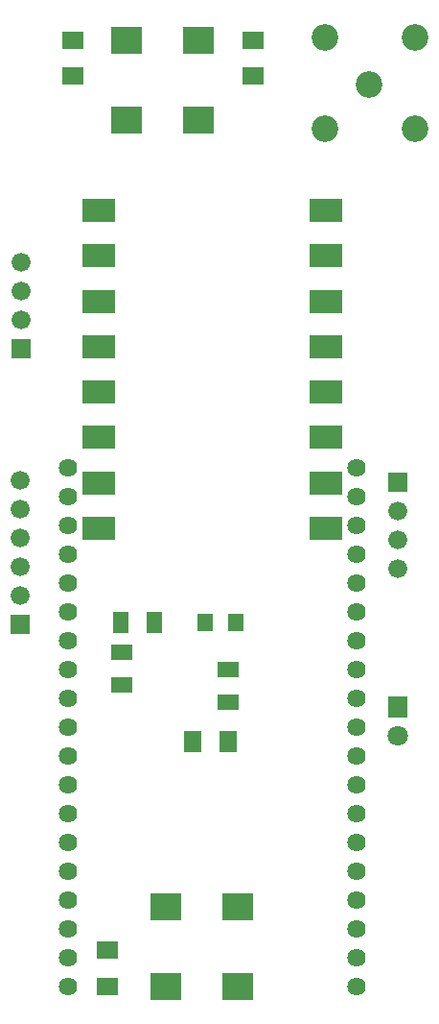
<source format=gbs>
G04 Layer: BottomSolderMaskLayer*
G04 Panelize: , Column: 2, Row: 1, Board Size: 40.01mm x 93.13mm, Panelized Board Size: 90.01mm x 93.13mm*
G04 EasyEDA v6.5.51, 2025-12-10 18:06:53*
G04 0555fe365c4c4ce19a54b4cc8b748554,f920225d1fc94cab822a7ee7b834fcf3,10*
G04 Gerber Generator version 0.2*
G04 Scale: 100 percent, Rotated: No, Reflected: No *
G04 Dimensions in millimeters *
G04 leading zeros omitted , absolute positions ,4 integer and 5 decimal *
%FSLAX45Y45*%
%MOMM*%

%AMMACRO1*4,1,8,-1.4207,-1,-1.45,-0.9707,-1.45,0.9707,-1.4207,1,1.4207,1,1.45,0.9707,1.45,-0.9707,1.4207,-1,-1.4207,-1,0*%
%AMMACRO2*4,1,8,-0.8851,-0.7933,-0.9148,-0.7635,-0.9148,0.7635,-0.8851,0.7933,0.885,0.7933,0.9148,0.7635,0.9148,-0.7635,0.885,-0.7933,-0.8851,-0.7933,0*%
%AMMACRO3*4,1,8,-1.3171,-1.1546,-1.3468,-1.1248,-1.3468,1.1248,-1.3171,1.1546,1.317,1.1546,1.3468,1.1248,1.3468,-1.1248,1.317,-1.1546,-1.3171,-1.1546,0*%
%AMMACRO4*4,1,8,-0.7635,-0.9148,-0.7933,-0.885,-0.7933,0.8851,-0.7635,0.9148,0.7635,0.9148,0.7933,0.8851,0.7933,-0.885,0.7635,-0.9148,-0.7635,-0.9148,0*%
%AMMACRO5*4,1,8,-0.8716,-0.6546,-0.9013,-0.6248,-0.9013,0.6248,-0.8716,0.6546,0.8715,0.6546,0.9013,0.6248,0.9013,-0.6248,0.8715,-0.6546,-0.8716,-0.6546,0*%
%AMMACRO6*4,1,8,-0.6211,-0.7508,-0.6508,-0.721,-0.6508,0.7211,-0.6211,0.7508,0.621,0.7508,0.6508,0.7211,0.6508,-0.721,0.621,-0.7508,-0.6211,-0.7508,0*%
%AMMACRO7*4,1,8,-0.6248,-0.9013,-0.6546,-0.8715,-0.6546,0.8716,-0.6248,0.9013,0.6248,0.9013,0.6546,0.8716,0.6546,-0.8715,0.6248,-0.9013,-0.6248,-0.9013,0*%
%AMMACRO8*4,1,8,-0.8085,-0.9008,-0.8382,-0.871,-0.8382,0.8711,-0.8085,0.9008,0.8084,0.9008,0.8382,0.8711,0.8382,-0.871,0.8084,-0.9008,-0.8085,-0.9008,0*%
%AMMACRO9*4,1,8,-0.8085,-0.8382,-0.8382,-0.8084,-0.8382,0.8085,-0.8085,0.8382,0.8084,0.8382,0.8382,0.8085,0.8382,-0.8084,0.8084,-0.8382,-0.8085,-0.8382,0*%
%ADD10MACRO1*%
%ADD11MACRO2*%
%ADD12MACRO3*%
%ADD13MACRO4*%
%ADD14MACRO5*%
%ADD15MACRO6*%
%ADD16MACRO7*%
%ADD17C,0.0188*%
%ADD18C,2.3516*%
%ADD19MACRO8*%
%ADD20C,1.8016*%
%ADD21MACRO9*%
%ADD22C,1.6764*%
%ADD23C,1.6256*%

%LPD*%
D10*
G01*
X1022705Y7359089D03*
G01*
X1022705Y7759089D03*
G01*
X1022705Y6959092D03*
G01*
X1022705Y6559092D03*
G01*
X1022705Y6159093D03*
G01*
X1022705Y5759093D03*
G01*
X1022705Y5359093D03*
G01*
X1022705Y4959096D03*
G01*
X3022701Y4959094D03*
G01*
X3022701Y5359093D03*
G01*
X3022701Y5759093D03*
G01*
X3022701Y6159093D03*
G01*
X3022701Y6559091D03*
G01*
X3022701Y6959090D03*
G01*
X3022701Y7359089D03*
G01*
X3022701Y7759089D03*
D11*
G01*
X1092200Y920249D03*
G01*
X1092200Y1238750D03*
D12*
G01*
X2247900Y918875D03*
G01*
X2247900Y1621124D03*
G01*
X1612900Y918875D03*
G01*
X1612900Y1621124D03*
G01*
X1263573Y8559601D03*
G01*
X1263573Y9261850D03*
G01*
X1898573Y8559601D03*
G01*
X1898573Y9261850D03*
D11*
G01*
X793673Y9260476D03*
G01*
X793673Y8941976D03*
G01*
X2381173Y8941976D03*
G01*
X2381173Y9260476D03*
D13*
G01*
X1847349Y3073400D03*
G01*
X2165850Y3073400D03*
D14*
G01*
X2159000Y3420823D03*
G01*
X2159000Y3716576D03*
D15*
G01*
X2230508Y4127500D03*
G01*
X1960491Y4127500D03*
D16*
G01*
X1211023Y4127500D03*
G01*
X1506776Y4127500D03*
D14*
G01*
X1219200Y3573223D03*
G01*
X1219200Y3868976D03*
D18*
G01*
X3404870Y8869324D03*
G01*
X3016250Y8483092D03*
G01*
X3816350Y9283064D03*
G01*
X3816350Y8483092D03*
G01*
X3016250Y9283064D03*
D19*
G01*
X3657600Y3378198D03*
D20*
G01*
X3657600Y3124200D03*
D21*
G01*
X330200Y6540500D03*
D22*
G01*
X330200Y6794500D03*
G01*
X330200Y7048500D03*
G01*
X330200Y7302500D03*
D21*
G01*
X3663873Y5367426D03*
D22*
G01*
X3663873Y5113426D03*
G01*
X3663873Y4859426D03*
G01*
X3663873Y4605426D03*
G01*
X323773Y5380126D03*
G01*
X323773Y5126126D03*
G01*
X323773Y4872126D03*
G01*
X323773Y4618126D03*
G01*
X323773Y4364126D03*
D21*
G01*
X323773Y4110126D03*
D23*
G01*
X752576Y5494426D03*
G01*
X752576Y5240426D03*
G01*
X752576Y4986426D03*
G01*
X752576Y4732426D03*
G01*
X752576Y4478426D03*
G01*
X752576Y4224426D03*
G01*
X752576Y3970426D03*
G01*
X752576Y3716426D03*
G01*
X752576Y3462426D03*
G01*
X752576Y3208426D03*
G01*
X752576Y2954426D03*
G01*
X752576Y2700426D03*
G01*
X752576Y2446426D03*
G01*
X752576Y2192426D03*
G01*
X752576Y1938426D03*
G01*
X752576Y1684426D03*
G01*
X752576Y1430426D03*
G01*
X752576Y1176426D03*
G01*
X752576Y922426D03*
G01*
X3298570Y922426D03*
G01*
X3298570Y1176426D03*
G01*
X3298570Y1430426D03*
G01*
X3298570Y1684426D03*
G01*
X3298570Y1938426D03*
G01*
X3298570Y2192426D03*
G01*
X3298570Y2446426D03*
G01*
X3298570Y2700426D03*
G01*
X3298570Y2954426D03*
G01*
X3298570Y3208426D03*
G01*
X3298570Y3462426D03*
G01*
X3298570Y3716426D03*
G01*
X3298570Y3970426D03*
G01*
X3298570Y4224426D03*
G01*
X3298570Y4478426D03*
G01*
X3298570Y4732426D03*
G01*
X3298570Y4986426D03*
G01*
X3298570Y5240426D03*
G01*
X3298570Y5494426D03*
M02*

</source>
